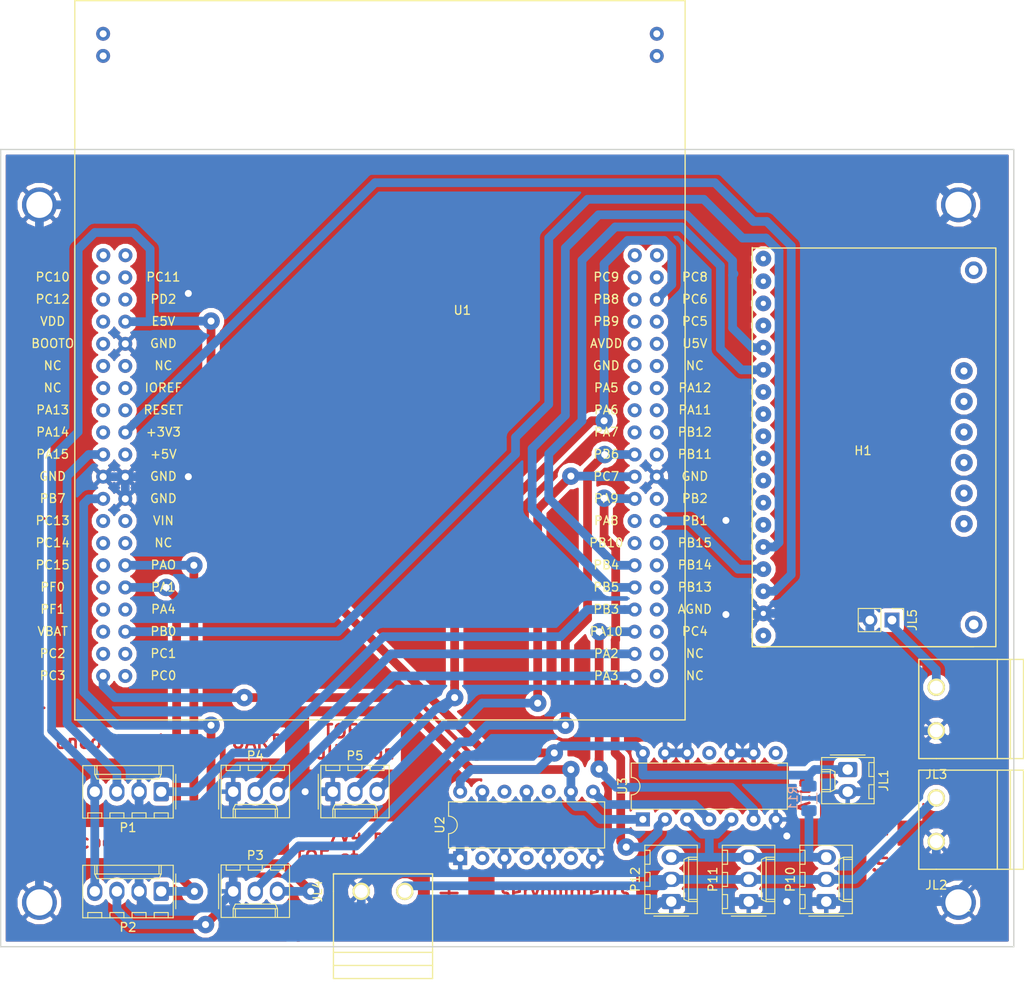
<source format=kicad_pcb>
(kicad_pcb (version 20171130) (host pcbnew 5.0.2-bee76a0~70~ubuntu16.04.1)
  (layers (0 F.Cu signal) (31 B.Cu signal) (34 B.Paste user) (35 F.Paste user) (36 B.SilkS user) (37 F.SilkS user) (38 B.Mask user) (39 F.Mask user) (44 Edge.Cuts user))
  (net 0 "")
  (net 1 raspberry_SDA)
  (net 2 raspberry_SCL)
  (net 3 GND)
  (net 4 raspberry_TX)
  (net 5 raspberry_RX)
  (net 6 interface_capteur_TX)
  (net 7 interface_capteur_RX)
  (net 8 +5V_P)
  (net 9 "Net-(U2-Pad6)")
  (net 10 "Net-(U2-Pad12)")
  (net 11 "Net-(U2-Pad4)")
  (net 12 "Net-(U2-Pad10)")
  (net 13 "Net-(U2-Pad2)")
  (net 14 "Net-(U2-Pad8)")
  (net 15 servo)
  (net 16 "Net-(U3-Pad8)")
  (net 17 servoTX)
  (net 18 "Net-(P10-Pad3)")
  (net 19 "Net-(U3-Pad11)")
  (net 20 servoRX)
  (net 21 "Net-(H1-Pad19)")
  (net 22 "Net-(H1-Pad21)")
  (net 23 "Net-(H1-Pad24)")
  (net 24 "Net-(H1-Pad23)")
  (net 25 "Net-(H1-Pad20)")
  (net 26 "Net-(H1-Pad22)")
  (net 27 "Net-(H1-Pad1)")
  (net 28 "Net-(H1-Pad2)")
  (net 29 "Net-(H1-Pad3)")
  (net 30 "Net-(H1-Pad4)")
  (net 31 RDG)
  (net 32 RDD)
  (net 33 "Net-(H1-Pad7)")
  (net 34 "Net-(H1-Pad8)")
  (net 35 "Net-(H1-Pad9)")
  (net 36 "Net-(H1-Pad10)")
  (net 37 "Net-(H1-Pad11)")
  (net 38 "Net-(H1-Pad12)")
  (net 39 "Net-(H1-Pad13)")
  (net 40 RGG)
  (net 41 RGD)
  (net 42 +3V3_P)
  (net 43 "Net-(H1-Pad18)")
  (net 44 "Net-(U1-Pad21)")
  (net 45 "Net-(U1-Pad2)")
  (net 46 "Net-(U1-Pad3)")
  (net 47 "Net-(U1-Pad4)")
  (net 48 "Net-(U1-Pad5)")
  (net 49 "Net-(U1-Pad6)")
  (net 50 "Net-(U1-Pad7)")
  (net 51 "Net-(U1-Pad8)")
  (net 52 CH_A1)
  (net 53 "Net-(U1-Pad12)")
  (net 54 "Net-(U1-Pad13)")
  (net 55 "Net-(U1-Pad14)")
  (net 56 "Net-(U1-Pad15)")
  (net 57 "Net-(U1-Pad16)")
  (net 58 "Net-(U1-Pad17)")
  (net 59 "Net-(U1-Pad18)")
  (net 60 "Net-(U1-Pad19)")
  (net 61 "Net-(U1-Pad22)")
  (net 62 "Net-(U1-Pad24)")
  (net 63 CH_B2)
  (net 64 CH_A2)
  (net 65 "Net-(U1-Pad27)")
  (net 66 "Net-(U1-Pad28)")
  (net 67 "Net-(U1-Pad31)")
  (net 68 "Net-(U1-Pad33)")
  (net 69 "Net-(U1-Pad34)")
  (net 70 "Net-(U1-Pad35)")
  (net 71 "Net-(U1-Pad38)")
  (net 72 "Net-(U1-Pad39)")
  (net 73 "Net-(U1-Pad41)")
  (net 74 "Net-(U1-Pad42)")
  (net 75 "Net-(U1-Pad43)")
  (net 76 "Net-(U1-Pad44)")
  (net 77 "Net-(U1-Pad45)")
  (net 78 "Net-(U1-Pad46)")
  (net 79 "Net-(U1-Pad47)")
  (net 80 "Net-(U1-Pad49)")
  (net 81 "Net-(U1-Pad51)")
  (net 82 "Net-(U1-Pad52)")
  (net 83 "Net-(U1-Pad53)")
  (net 84 "Net-(U1-Pad54)")
  (net 85 "Net-(U1-Pad55)")
  (net 86 "Net-(U1-Pad56)")
  (net 87 "Net-(U1-Pad57)")
  (net 88 "Net-(U1-Pad59)")
  (net 89 "Net-(U1-Pad79)")
  (net 90 "Net-(U1-Pad78)")
  (net 91 "Net-(U1-Pad77)")
  (net 92 "Net-(U1-Pad76)")
  (net 93 "Net-(U1-Pad75)")
  (net 94 "Net-(U1-Pad74)")
  (net 95 "Net-(U1-Pad73)")
  (net 96 "Net-(U1-Pad72)")
  (net 97 "Net-(U1-Pad68)")
  (net 98 "Net-(U1-Pad67)")
  (net 99 CH_B1)
  (net 100 "Net-(U1-Pad83)")
  (net 101 "Net-(U1-Pad84)")
  (net 102 "Net-(U1-Pad82)")
  (net 103 "Net-(U1-Pad81)")
  (net 104 "Net-(U1-Pad20)")
  (net 105 "Net-(U1-Pad40)")
  (net 106 "Net-(U1-Pad80)")
  (net 107 "Net-(U1-Pad60)")
  (net 108 +7V4_P)
  (net 109 +12V_P)
  (module robot_1A:Nucleo-64 (layer F.Cu) (at 71.37 119.405001)
    (fp_text reference U1 (at 44.45 -46.99) (layer F.SilkS))
    (fp_text value Nucleo-64)
    (fp_text user NC (at 71.12 -5.08) (layer F.SilkS))
    (fp_text user NC (at 71.12 -7.62) (layer F.SilkS))
    (fp_text user PC4 (at 71.12 -10.16) (layer F.SilkS))
    (fp_text user AGND (at 71.12 -12.7) (layer F.SilkS))
    (fp_text user PB13 (at 71.12 -15.24) (layer F.SilkS))
    (fp_text user PB14 (at 71.12 -17.78) (layer F.SilkS))
    (fp_text user PB15 (at 71.12 -20.32) (layer F.SilkS))
    (fp_text user PB1 (at 71.12 -22.86) (layer F.SilkS))
    (fp_text user PB2 (at 71.12 -25.4) (layer F.SilkS))
    (fp_text user GND (at 71.12 -27.94) (layer F.SilkS))
    (fp_text user PB11 (at 71.12 -30.48) (layer F.SilkS))
    (fp_text user PB12 (at 71.12 -33.02) (layer F.SilkS))
    (fp_text user PA11 (at 71.12 -35.56) (layer F.SilkS))
    (fp_text user PA12 (at 71.12 -38.1) (layer F.SilkS))
    (fp_text user NC (at 71.12 -40.64) (layer F.SilkS))
    (fp_text user U5V (at 71.12 -43.18) (layer F.SilkS))
    (fp_text user PC5 (at 71.12 -45.72) (layer F.SilkS))
    (fp_text user PC6 (at 71.12 -48.26) (layer F.SilkS))
    (fp_text user PC8 (at 71.12 -50.8) (layer F.SilkS))
    (fp_text user PA3 (at 60.96 -5.08) (layer F.SilkS))
    (fp_text user PA2 (at 60.96 -7.62) (layer F.SilkS))
    (fp_text user PA10 (at 60.96 -10.16) (layer F.SilkS))
    (fp_text user PB3 (at 60.96 -12.7) (layer F.SilkS))
    (fp_text user PB5 (at 60.96 -15.24) (layer F.SilkS))
    (fp_text user PB4 (at 60.96 -17.78) (layer F.SilkS))
    (fp_text user PB10 (at 60.96 -20.32) (layer F.SilkS))
    (fp_text user PA8 (at 60.96 -22.86) (layer F.SilkS))
    (fp_text user PA9 (at 60.96 -25.4) (layer F.SilkS))
    (fp_text user PC7 (at 60.96 -27.94) (layer F.SilkS))
    (fp_text user PB6 (at 60.96 -30.48) (layer F.SilkS))
    (fp_text user PA7 (at 60.96 -33.02) (layer F.SilkS))
    (fp_text user PA6 (at 60.96 -35.56) (layer F.SilkS))
    (fp_text user PA5 (at 60.96 -38.1) (layer F.SilkS))
    (fp_text user GND (at 60.96 -40.64) (layer F.SilkS))
    (fp_text user AVDD (at 60.96 -43.18) (layer F.SilkS))
    (fp_text user PB9 (at 60.96 -45.72) (layer F.SilkS))
    (fp_text user PB8 (at 60.96 -48.26) (layer F.SilkS))
    (fp_text user PC9 (at 60.96 -50.8) (layer F.SilkS))
    (fp_text user PC0 (at 10.16 -5.08) (layer F.SilkS))
    (fp_text user PC1 (at 10.16 -7.62) (layer F.SilkS))
    (fp_text user PB0 (at 10.16 -10.16) (layer F.SilkS))
    (fp_text user PA4 (at 10.16 -12.7) (layer F.SilkS))
    (fp_text user PA1 (at 10.16 -15.24) (layer F.SilkS))
    (fp_text user PAO (at 10.16 -17.78) (layer F.SilkS))
    (fp_text user NC (at 10.16 -20.32) (layer F.SilkS))
    (fp_text user VIN (at 10.16 -22.86) (layer F.SilkS))
    (fp_text user GND (at 10.16 -25.4) (layer F.SilkS))
    (fp_text user GND (at 10.16 -27.94) (layer F.SilkS))
    (fp_text user +5V (at 10.16 -30.48) (layer F.SilkS))
    (fp_text user +3V3 (at 10.16 -33.02) (layer F.SilkS))
    (fp_text user RESET (at 10.16 -35.56) (layer F.SilkS))
    (fp_text user IOREF (at 10.16 -38.1) (layer F.SilkS))
    (fp_text user NC (at 10.16 -40.64) (layer F.SilkS))
    (fp_text user GND (at 10.16 -43.18) (layer F.SilkS))
    (fp_text user E5V (at 10.16 -45.72) (layer F.SilkS))
    (fp_text user PD2 (at 10.16 -48.26) (layer F.SilkS))
    (fp_text user PC11 (at 10.16 -50.8) (layer F.SilkS))
    (fp_text user PC3 (at -2.54 -5.08) (layer F.SilkS))
    (fp_text user PC2 (at -2.54 -7.62) (layer F.SilkS))
    (fp_text user VBAT (at -2.54 -10.16) (layer F.SilkS))
    (fp_text user PF1 (at -2.54 -12.7) (layer F.SilkS))
    (fp_text user PF0 (at -2.54 -15.24) (layer F.SilkS))
    (fp_text user PC15 (at -2.54 -17.78) (layer F.SilkS))
    (fp_text user PC14 (at -2.54 -20.32) (layer F.SilkS))
    (fp_text user PC13 (at -2.54 -22.86) (layer F.SilkS))
    (fp_text user PB7 (at -2.54 -25.4) (layer F.SilkS))
    (fp_text user GND (at -2.54 -27.94) (layer F.SilkS))
    (fp_text user PA15 (at -2.54 -30.48) (layer F.SilkS))
    (fp_text user PA14 (at -2.54 -33.02) (layer F.SilkS))
    (fp_text user PA13 (at -2.54 -35.56) (layer F.SilkS))
    (fp_text user NC (at -2.54 -38.1) (layer F.SilkS))
    (fp_text user NC (at -2.54 -40.64) (layer F.SilkS))
    (fp_text user BOOTO (at -2.54 -43.18) (layer F.SilkS))
    (fp_text user VDD (at -2.54 -45.72) (layer F.SilkS))
    (fp_text user PC12 (at -2.54 -48.26) (layer F.SilkS))
    (fp_text user PC10 (at -2.54 -50.8) (layer F.SilkS))
    (pad 1 thru_hole circle (at 3.25 -5.04) (size 1.6 1.6) (drill 0.8) (layers *.Cu *.Mask) (net 15 servo))
    (pad 21 thru_hole circle (at 5.79 -5.04) (size 1.6 1.6) (drill 0.8) (layers *.Cu *.Mask) (net 44 "Net-(U1-Pad21)"))
    (pad 2 thru_hole circle (at 3.25 -7.58) (size 1.6 1.6) (drill 0.8) (layers *.Cu *.Mask) (net 45 "Net-(U1-Pad2)"))
    (pad 3 thru_hole circle (at 3.25 -10.12) (size 1.6 1.6) (drill 0.8) (layers *.Cu *.Mask) (net 46 "Net-(U1-Pad3)"))
    (pad 4 thru_hole circle (at 3.25 -12.66) (size 1.6 1.6) (drill 0.8) (layers *.Cu *.Mask) (net 47 "Net-(U1-Pad4)"))
    (pad 5 thru_hole circle (at 3.25 -15.2) (size 1.6 1.6) (drill 0.8) (layers *.Cu *.Mask) (net 48 "Net-(U1-Pad5)"))
    (pad 6 thru_hole circle (at 3.25 -17.74) (size 1.6 1.6) (drill 0.8) (layers *.Cu *.Mask) (net 49 "Net-(U1-Pad6)"))
    (pad 7 thru_hole circle (at 3.25 -20.28) (size 1.6 1.6) (drill 0.8) (layers *.Cu *.Mask) (net 50 "Net-(U1-Pad7)"))
    (pad 8 thru_hole circle (at 3.25 -22.82) (size 1.6 1.6) (drill 0.8) (layers *.Cu *.Mask) (net 51 "Net-(U1-Pad8)"))
    (pad 9 thru_hole circle (at 3.25 -25.36) (size 1.6 1.6) (drill 0.8) (layers *.Cu *.Mask) (net 1 raspberry_SDA))
    (pad 10 thru_hole circle (at 3.25 -27.9) (size 1.6 1.6) (drill 0.8) (layers *.Cu *.Mask) (net 3 GND))
    (pad 11 thru_hole circle (at 3.25 -30.44) (size 1.6 1.6) (drill 0.8) (layers *.Cu *.Mask) (net 52 CH_A1))
    (pad 12 thru_hole circle (at 3.25 -32.98) (size 1.6 1.6) (drill 0.8) (layers *.Cu *.Mask) (net 53 "Net-(U1-Pad12)"))
    (pad 13 thru_hole circle (at 3.25 -35.52) (size 1.6 1.6) (drill 0.8) (layers *.Cu *.Mask) (net 54 "Net-(U1-Pad13)"))
    (pad 14 thru_hole circle (at 3.25 -38.06) (size 1.6 1.6) (drill 0.8) (layers *.Cu *.Mask) (net 55 "Net-(U1-Pad14)"))
    (pad 15 thru_hole circle (at 3.25 -40.6) (size 1.6 1.6) (drill 0.8) (layers *.Cu *.Mask) (net 56 "Net-(U1-Pad15)"))
    (pad 16 thru_hole circle (at 3.25 -43.14) (size 1.6 1.6) (drill 0.8) (layers *.Cu *.Mask) (net 57 "Net-(U1-Pad16)"))
    (pad 17 thru_hole circle (at 3.25 -45.68) (size 1.6 1.6) (drill 0.8) (layers *.Cu *.Mask) (net 58 "Net-(U1-Pad17)"))
    (pad 18 thru_hole circle (at 3.25 -48.22) (size 1.6 1.6) (drill 0.8) (layers *.Cu *.Mask) (net 59 "Net-(U1-Pad18)"))
    (pad 19 thru_hole circle (at 3.25 -50.76) (size 1.6 1.6) (drill 0.8) (layers *.Cu *.Mask) (net 60 "Net-(U1-Pad19)"))
    (pad 22 thru_hole circle (at 5.79 -7.58) (size 1.6 1.6) (drill 0.8) (layers *.Cu *.Mask) (net 61 "Net-(U1-Pad22)"))
    (pad 23 thru_hole circle (at 5.79 -10.12) (size 1.6 1.6) (drill 0.8) (layers *.Cu *.Mask) (net 40 RGG))
    (pad 24 thru_hole circle (at 5.79 -12.66) (size 1.6 1.6) (drill 0.8) (layers *.Cu *.Mask) (net 62 "Net-(U1-Pad24)"))
    (pad 25 thru_hole circle (at 5.79 -15.2) (size 1.6 1.6) (drill 0.8) (layers *.Cu *.Mask) (net 63 CH_B2))
    (pad 26 thru_hole circle (at 5.79 -17.74) (size 1.6 1.6) (drill 0.8) (layers *.Cu *.Mask) (net 64 CH_A2))
    (pad 27 thru_hole circle (at 5.79 -20.28) (size 1.6 1.6) (drill 0.8) (layers *.Cu *.Mask) (net 65 "Net-(U1-Pad27)"))
    (pad 28 thru_hole circle (at 5.79 -22.82) (size 1.6 1.6) (drill 0.8) (layers *.Cu *.Mask) (net 66 "Net-(U1-Pad28)"))
    (pad 29 thru_hole circle (at 5.79 -25.36) (size 1.6 1.6) (drill 0.8) (layers *.Cu *.Mask) (net 3 GND))
    (pad 30 thru_hole circle (at 5.79 -27.9) (size 1.6 1.6) (drill 0.8) (layers *.Cu *.Mask) (net 3 GND))
    (pad 31 thru_hole circle (at 5.79 -30.44) (size 1.6 1.6) (drill 0.8) (layers *.Cu *.Mask) (net 67 "Net-(U1-Pad31)"))
    (pad 32 thru_hole circle (at 5.79 -32.98) (size 1.6 1.6) (drill 0.8) (layers *.Cu *.Mask) (net 42 +3V3_P))
    (pad 33 thru_hole circle (at 5.79 -35.52) (size 1.6 1.6) (drill 0.8) (layers *.Cu *.Mask) (net 68 "Net-(U1-Pad33)"))
    (pad 34 thru_hole circle (at 5.79 -38.06) (size 1.6 1.6) (drill 0.8) (layers *.Cu *.Mask) (net 69 "Net-(U1-Pad34)"))
    (pad 35 thru_hole circle (at 5.79 -40.6) (size 1.6 1.6) (drill 0.8) (layers *.Cu *.Mask) (net 70 "Net-(U1-Pad35)"))
    (pad 36 thru_hole circle (at 5.79 -43.14) (size 1.6 1.6) (drill 0.8) (layers *.Cu *.Mask) (net 3 GND))
    (pad 37 thru_hole circle (at 5.79 -45.68) (size 1.6 1.6) (drill 0.8) (layers *.Cu *.Mask) (net 8 +5V_P))
    (pad 38 thru_hole circle (at 5.79 -48.22) (size 1.6 1.6) (drill 0.8) (layers *.Cu *.Mask) (net 71 "Net-(U1-Pad38)"))
    (pad 39 thru_hole circle (at 5.79 -50.76) (size 1.6 1.6) (drill 0.8) (layers *.Cu *.Mask) (net 72 "Net-(U1-Pad39)"))
    (pad 41 thru_hole circle (at 66.75 -5.04) (size 1.6 1.6) (drill 0.8) (layers *.Cu *.Mask) (net 73 "Net-(U1-Pad41)"))
    (pad 61 thru_hole circle (at 64.21 -5.04) (size 1.6 1.6) (drill 0.8) (layers *.Cu *.Mask) (net 5 raspberry_RX))
    (pad 42 thru_hole circle (at 66.75 -7.58) (size 1.6 1.6) (drill 0.8) (layers *.Cu *.Mask) (net 74 "Net-(U1-Pad42)"))
    (pad 43 thru_hole circle (at 66.75 -10.12) (size 1.6 1.6) (drill 0.8) (layers *.Cu *.Mask) (net 75 "Net-(U1-Pad43)"))
    (pad 44 thru_hole circle (at 66.75 -12.66) (size 1.6 1.6) (drill 0.8) (layers *.Cu *.Mask) (net 76 "Net-(U1-Pad44)"))
    (pad 45 thru_hole circle (at 66.75 -15.2) (size 1.6 1.6) (drill 0.8) (layers *.Cu *.Mask) (net 77 "Net-(U1-Pad45)"))
    (pad 46 thru_hole circle (at 66.75 -17.74) (size 1.6 1.6) (drill 0.8) (layers *.Cu *.Mask) (net 78 "Net-(U1-Pad46)"))
    (pad 47 thru_hole circle (at 66.75 -20.28) (size 1.6 1.6) (drill 0.8) (layers *.Cu *.Mask) (net 79 "Net-(U1-Pad47)"))
    (pad 48 thru_hole circle (at 66.75 -22.82) (size 1.6 1.6) (drill 0.8) (layers *.Cu *.Mask) (net 41 RGD))
    (pad 49 thru_hole circle (at 66.75 -25.36) (size 1.6 1.6) (drill 0.8) (layers *.Cu *.Mask) (net 80 "Net-(U1-Pad49)"))
    (pad 50 thru_hole circle (at 66.75 -27.9) (size 1.6 1.6) (drill 0.8) (layers *.Cu *.Mask) (net 3 GND))
    (pad 51 thru_hole circle (at 66.75 -30.44) (size 1.6 1.6) (drill 0.8) (layers *.Cu *.Mask) (net 81 "Net-(U1-Pad51)"))
    (pad 52 thru_hole circle (at 66.75 -32.98) (size 1.6 1.6) (drill 0.8) (layers *.Cu *.Mask) (net 82 "Net-(U1-Pad52)"))
    (pad 53 thru_hole circle (at 66.75 -35.52) (size 1.6 1.6) (drill 0.8) (layers *.Cu *.Mask) (net 83 "Net-(U1-Pad53)"))
    (pad 54 thru_hole circle (at 66.75 -38.06) (size 1.6 1.6) (drill 0.8) (layers *.Cu *.Mask) (net 84 "Net-(U1-Pad54)"))
    (pad 55 thru_hole circle (at 66.75 -40.6) (size 1.6 1.6) (drill 0.8) (layers *.Cu *.Mask) (net 85 "Net-(U1-Pad55)"))
    (pad 56 thru_hole circle (at 66.75 -43.14) (size 1.6 1.6) (drill 0.8) (layers *.Cu *.Mask) (net 86 "Net-(U1-Pad56)"))
    (pad 57 thru_hole circle (at 66.75 -45.68) (size 1.6 1.6) (drill 0.8) (layers *.Cu *.Mask) (net 87 "Net-(U1-Pad57)"))
    (pad 58 thru_hole circle (at 66.75 -48.22) (size 1.6 1.6) (drill 0.8) (layers *.Cu *.Mask) (net 6 interface_capteur_TX))
    (pad 59 thru_hole circle (at 66.75 -50.76) (size 1.6 1.6) (drill 0.8) (layers *.Cu *.Mask) (net 88 "Net-(U1-Pad59)"))
    (pad 79 thru_hole circle (at 64.21 -50.76) (size 1.6 1.6) (drill 0.8) (layers *.Cu *.Mask) (net 89 "Net-(U1-Pad79)"))
    (pad 78 thru_hole circle (at 64.21 -48.22) (size 1.6 1.6) (drill 0.8) (layers *.Cu *.Mask) (net 90 "Net-(U1-Pad78)"))
    (pad 77 thru_hole circle (at 64.21 -45.68) (size 1.6 1.6) (drill 0.8) (layers *.Cu *.Mask) (net 91 "Net-(U1-Pad77)"))
    (pad 76 thru_hole circle (at 64.21 -43.14) (size 1.6 1.6) (drill 0.8) (layers *.Cu *.Mask) (net 92 "Net-(U1-Pad76)"))
    (pad 75 thru_hole circle (at 64.21 -40.6) (size 1.6 1.6) (drill 0.8) (layers *.Cu *.Mask) (net 93 "Net-(U1-Pad75)"))
    (pad 74 thru_hole circle (at 64.21 -38.06) (size 1.6 1.6) (drill 0.8) (layers *.Cu *.Mask) (net 94 "Net-(U1-Pad74)"))
    (pad 73 thru_hole circle (at 64.21 -35.52) (size 1.6 1.6) (drill 0.8) (layers *.Cu *.Mask) (net 95 "Net-(U1-Pad73)"))
    (pad 72 thru_hole circle (at 64.21 -32.98) (size 1.6 1.6) (drill 0.8) (layers *.Cu *.Mask) (net 96 "Net-(U1-Pad72)"))
    (pad 71 thru_hole circle (at 64.21 -30.44) (size 1.6 1.6) (drill 0.8) (layers *.Cu *.Mask) (net 2 raspberry_SCL))
    (pad 70 thru_hole circle (at 64.21 -27.9) (size 1.6 1.6) (drill 0.8) (layers *.Cu *.Mask) (net 7 interface_capteur_RX))
    (pad 69 thru_hole circle (at 64.21 -25.36) (size 1.6 1.6) (drill 0.8) (layers *.Cu *.Mask) (net 17 servoTX))
    (pad 68 thru_hole circle (at 64.21 -22.82) (size 1.6 1.6) (drill 0.8) (layers *.Cu *.Mask) (net 97 "Net-(U1-Pad68)"))
    (pad 67 thru_hole circle (at 64.21 -20.28) (size 1.6 1.6) (drill 0.8) (layers *.Cu *.Mask) (net 98 "Net-(U1-Pad67)"))
    (pad 66 thru_hole circle (at 64.21 -17.74) (size 1.6 1.6) (drill 0.8) (layers *.Cu *.Mask) (net 32 RDD))
    (pad 65 thru_hole circle (at 64.21 -15.2) (size 1.6 1.6) (drill 0.8) (layers *.Cu *.Mask) (net 31 RDG))
    (pad 64 thru_hole circle (at 64.21 -12.66) (size 1.6 1.6) (drill 0.8) (layers *.Cu *.Mask) (net 99 CH_B1))
    (pad 63 thru_hole circle (at 64.21 -10.12) (size 1.6 1.6) (drill 0.8) (layers *.Cu *.Mask) (net 20 servoRX))
    (pad 62 thru_hole circle (at 64.21 -7.58) (size 1.6 1.6) (drill 0.8) (layers *.Cu *.Mask) (net 4 raspberry_TX))
    (pad 83 thru_hole circle (at 3.25 -78.7) (size 1.6 1.6) (drill 0.8) (layers *.Cu *.Mask) (net 100 "Net-(U1-Pad83)"))
    (pad 84 thru_hole circle (at 3.25 -76.16) (size 1.6 1.6) (drill 0.8) (layers *.Cu *.Mask) (net 101 "Net-(U1-Pad84)"))
    (pad 82 thru_hole circle (at 66.75 -78.7) (size 1.6 1.6) (drill 0.8) (layers *.Cu *.Mask) (net 102 "Net-(U1-Pad82)"))
    (pad 81 thru_hole circle (at 66.75 -76.16) (size 1.6 1.6) (drill 0.8) (layers *.Cu *.Mask) (net 103 "Net-(U1-Pad81)"))
    (pad 20 thru_hole circle (at 3.27 -53.3) (size 1.6 1.6) (drill 0.8) (layers *.Cu *.Mask) (net 104 "Net-(U1-Pad20)"))
    (pad 40 thru_hole circle (at 5.81 -53.3) (size 1.6 1.6) (drill 0.8) (layers *.Cu *.Mask) (net 105 "Net-(U1-Pad40)"))
    (pad 80 thru_hole circle (at 64.23 -53.3) (size 1.6 1.6) (drill 0.8) (layers *.Cu *.Mask) (net 106 "Net-(U1-Pad80)"))
    (pad 60 thru_hole circle (at 66.77 -53.3) (size 1.6 1.6) (drill 0.8) (layers *.Cu *.Mask) (net 107 "Net-(U1-Pad60)"))
  )
  (module "B plug:B plug 5mm" (layer F.Cu) (at 106.72 139.065 90)
    (fp_text reference JL4 (at 0 -7.5 90) (layer F.SilkS))
    (fp_text value "alim de la carte d'interface")
    (pad 1 thru_hole circle (at 0 -2.5 90) (size 2 2) (drill 1.5) (layers *.Cu *.Mask F.SilkS) (net 3 GND))
    (pad 2 thru_hole circle (at 0 2.5 90) (size 2 2) (drill 1.5) (layers *.Cu *.Mask F.SilkS) (net 108 +7V4_P))
  )
  (module Resistor_SMD:R_1206_3216Metric (layer B.Cu) (at 155.575 128.4 270)
    (fp_text reference R11 (at 0 1.82 270) (layer B.SilkS) (effects (justify mirror)))
    (fp_text value R)
    (pad 1 smd roundrect (at -1.4 0 270) (size 1.25 1.75) (layers B.Cu B.Paste B.Mask) (roundrect_rratio 0.2) (net 8 +5V_P))
    (pad 2 smd roundrect (at 1.4 0 270) (size 1.25 1.75) (layers B.Cu B.Paste B.Mask) (roundrect_rratio 0.2) (net 18 "Net-(P10-Pad3)"))
  )
  (module Connector_Molex:Molex_KK-254_AE-6410-03A_1x03_P2.54mm_Vertical (layer F.Cu) (at 89.535 139.065)
    (fp_text reference P3 (at 2.54 -4.12) (layer F.SilkS))
    (fp_text value "vers raspberry pi")
    (pad 3 thru_hole oval (at 5.08 0) (size 1.74 2.2) (drill 1.2) (layers *.Cu *.Mask) (net 1 raspberry_SDA))
    (pad 2 thru_hole oval (at 2.54 0) (size 1.74 2.2) (drill 1.2) (layers *.Cu *.Mask) (net 2 raspberry_SCL))
    (pad 1 thru_hole roundrect (at 0 0) (size 1.74 2.2) (drill 1.2) (layers *.Cu *.Mask) (roundrect_rratio 0.143678) (net 3 GND))
  )
  (module Connector_Molex:Molex_KK-254_AE-6410-03A_1x03_P2.54mm_Vertical (layer F.Cu) (at 89.535 127.635)
    (fp_text reference P4 (at 2.54 -4.12) (layer F.SilkS))
    (fp_text value "vers raspberry pi")
    (pad 1 thru_hole roundrect (at 0 0) (size 1.74 2.2) (drill 1.2) (layers *.Cu *.Mask) (roundrect_rratio 0.143678) (net 3 GND))
    (pad 2 thru_hole oval (at 2.54 0) (size 1.74 2.2) (drill 1.2) (layers *.Cu *.Mask) (net 4 raspberry_TX))
    (pad 3 thru_hole oval (at 5.08 0) (size 1.74 2.2) (drill 1.2) (layers *.Cu *.Mask) (net 5 raspberry_RX))
  )
  (module Connector_Molex:Molex_KK-254_AE-6410-03A_1x03_P2.54mm_Vertical (layer F.Cu) (at 100.965 127.635)
    (fp_text reference P5 (at 2.54 -4.12) (layer F.SilkS))
    (fp_text value "vers carte d'interface capteurs TOF et ultrason")
    (pad 1 thru_hole roundrect (at 0 0) (size 1.74 2.2) (drill 1.2) (layers *.Cu *.Mask) (roundrect_rratio 0.143678) (net 3 GND))
    (pad 2 thru_hole oval (at 2.54 0) (size 1.74 2.2) (drill 1.2) (layers *.Cu *.Mask) (net 6 interface_capteur_TX))
    (pad 3 thru_hole oval (at 5.08 0) (size 1.74 2.2) (drill 1.2) (layers *.Cu *.Mask) (net 7 interface_capteur_RX))
  )
  (module Package_DIP:DIP-14_W7.62mm (layer F.Cu) (at 115.57 135.255 90)
    (fp_text reference U2 (at 3.81 -2.33 90) (layer F.SilkS))
    (fp_text value 74HC04)
    (pad 14 thru_hole oval (at 7.62 0 90) (size 1.6 1.6) (drill 0.8) (layers *.Cu *.Mask) (net 8 +5V_P))
    (pad 7 thru_hole oval (at 0 15.24 90) (size 1.6 1.6) (drill 0.8) (layers *.Cu *.Mask) (net 3 GND))
    (pad 13 thru_hole oval (at 7.62 2.54 90) (size 1.6 1.6) (drill 0.8) (layers *.Cu *.Mask) (net 3 GND))
    (pad 6 thru_hole oval (at 0 12.7 90) (size 1.6 1.6) (drill 0.8) (layers *.Cu *.Mask) (net 9 "Net-(U2-Pad6)"))
    (pad 12 thru_hole oval (at 7.62 5.08 90) (size 1.6 1.6) (drill 0.8) (layers *.Cu *.Mask) (net 10 "Net-(U2-Pad12)"))
    (pad 5 thru_hole oval (at 0 10.16 90) (size 1.6 1.6) (drill 0.8) (layers *.Cu *.Mask) (net 3 GND))
    (pad 11 thru_hole oval (at 7.62 7.62 90) (size 1.6 1.6) (drill 0.8) (layers *.Cu *.Mask) (net 3 GND))
    (pad 4 thru_hole oval (at 0 7.62 90) (size 1.6 1.6) (drill 0.8) (layers *.Cu *.Mask) (net 11 "Net-(U2-Pad4)"))
    (pad 10 thru_hole oval (at 7.62 10.16 90) (size 1.6 1.6) (drill 0.8) (layers *.Cu *.Mask) (net 12 "Net-(U2-Pad10)"))
    (pad 3 thru_hole oval (at 0 5.08 90) (size 1.6 1.6) (drill 0.8) (layers *.Cu *.Mask) (net 3 GND))
    (pad 9 thru_hole oval (at 7.62 12.7 90) (size 1.6 1.6) (drill 0.8) (layers *.Cu *.Mask) (net 15 servo))
    (pad 2 thru_hole oval (at 0 2.54 90) (size 1.6 1.6) (drill 0.8) (layers *.Cu *.Mask) (net 13 "Net-(U2-Pad2)"))
    (pad 8 thru_hole oval (at 7.62 15.24 90) (size 1.6 1.6) (drill 0.8) (layers *.Cu *.Mask) (net 14 "Net-(U2-Pad8)"))
    (pad 1 thru_hole rect (at 0 0 90) (size 1.6 1.6) (drill 0.8) (layers *.Cu *.Mask) (net 3 GND))
  )
  (module Package_DIP:DIP-14_W7.62mm (layer F.Cu) (at 136.525 130.81 90)
    (fp_text reference U3 (at 3.81 -2.33 90) (layer F.SilkS))
    (fp_text value 74LS126)
    (pad 1 thru_hole rect (at 0 0 90) (size 1.6 1.6) (drill 0.8) (layers *.Cu *.Mask) (net 15 servo))
    (pad 8 thru_hole oval (at 7.62 15.24 90) (size 1.6 1.6) (drill 0.8) (layers *.Cu *.Mask) (net 16 "Net-(U3-Pad8)"))
    (pad 2 thru_hole oval (at 0 2.54 90) (size 1.6 1.6) (drill 0.8) (layers *.Cu *.Mask) (net 17 servoTX))
    (pad 9 thru_hole oval (at 7.62 12.7 90) (size 1.6 1.6) (drill 0.8) (layers *.Cu *.Mask) (net 3 GND))
    (pad 3 thru_hole oval (at 0 5.08 90) (size 1.6 1.6) (drill 0.8) (layers *.Cu *.Mask) (net 18 "Net-(P10-Pad3)"))
    (pad 10 thru_hole oval (at 7.62 10.16 90) (size 1.6 1.6) (drill 0.8) (layers *.Cu *.Mask) (net 3 GND))
    (pad 4 thru_hole oval (at 0 7.62 90) (size 1.6 1.6) (drill 0.8) (layers *.Cu *.Mask) (net 14 "Net-(U2-Pad8)"))
    (pad 11 thru_hole oval (at 7.62 7.62 90) (size 1.6 1.6) (drill 0.8) (layers *.Cu *.Mask) (net 19 "Net-(U3-Pad11)"))
    (pad 5 thru_hole oval (at 0 10.16 90) (size 1.6 1.6) (drill 0.8) (layers *.Cu *.Mask) (net 18 "Net-(P10-Pad3)"))
    (pad 12 thru_hole oval (at 7.62 5.08 90) (size 1.6 1.6) (drill 0.8) (layers *.Cu *.Mask) (net 3 GND))
    (pad 6 thru_hole oval (at 0 12.7 90) (size 1.6 1.6) (drill 0.8) (layers *.Cu *.Mask) (net 20 servoRX))
    (pad 13 thru_hole oval (at 7.62 2.54 90) (size 1.6 1.6) (drill 0.8) (layers *.Cu *.Mask) (net 3 GND))
    (pad 7 thru_hole oval (at 0 15.24 90) (size 1.6 1.6) (drill 0.8) (layers *.Cu *.Mask) (net 3 GND))
    (pad 14 thru_hole oval (at 7.62 0 90) (size 1.6 1.6) (drill 0.8) (layers *.Cu *.Mask) (net 8 +5V_P))
  )
  (module "robot_1A:MC33926-Pont en H" (layer F.Cu) (at 161.7726 80.518)
    (fp_text reference H1 (at 0 8) (layer F.SilkS))
    (fp_text value pont_en_H)
    (pad "" thru_hole circle (at 12.7 27.94) (size 2 2) (drill 1.1) (layers *.Cu *.Mask))
    (pad "" thru_hole circle (at 12.7 -12.7) (size 2 2) (drill 1.1) (layers *.Cu *.Mask))
    (pad 19 thru_hole circle (at 11.5824 -1.143) (size 2 2) (drill 0.8) (layers *.Cu *.Mask) (net 21 "Net-(H1-Pad19)"))
    (pad 21 thru_hole circle (at 11.5824 5.8674) (size 2 2) (drill 0.8) (layers *.Cu *.Mask) (net 22 "Net-(H1-Pad21)"))
    (pad 24 thru_hole circle (at 11.5824 16.383) (size 2 2) (drill 0.8) (layers *.Cu *.Mask) (net 23 "Net-(H1-Pad24)"))
    (pad 23 thru_hole circle (at 11.5824 12.8778) (size 2 2) (drill 0.8) (layers *.Cu *.Mask) (net 24 "Net-(H1-Pad23)"))
    (pad 20 thru_hole circle (at 11.5824 2.3622) (size 2 2) (drill 0.8) (layers *.Cu *.Mask) (net 25 "Net-(H1-Pad20)"))
    (pad 22 thru_hole circle (at 11.5824 9.3726) (size 2 2) (drill 0.8) (layers *.Cu *.Mask) (net 26 "Net-(H1-Pad22)"))
    (pad 1 thru_hole circle (at -11.43 -14.03) (size 1.8 1.8) (drill 0.6) (layers *.Cu *.Mask) (net 27 "Net-(H1-Pad1)"))
    (pad 2 thru_hole circle (at -11.43 -11.43) (size 1.8 1.8) (drill 0.6) (layers *.Cu *.Mask) (net 28 "Net-(H1-Pad2)"))
    (pad 3 thru_hole circle (at -11.43 -8.89) (size 1.8 1.8) (drill 0.6) (layers *.Cu *.Mask) (net 29 "Net-(H1-Pad3)"))
    (pad 4 thru_hole circle (at -11.43 -6.35) (size 1.8 1.8) (drill 0.6) (layers *.Cu *.Mask) (net 30 "Net-(H1-Pad4)"))
    (pad 5 thru_hole circle (at -11.43 -3.81) (size 1.8 1.8) (drill 0.6) (layers *.Cu *.Mask) (net 31 RDG))
    (pad 6 thru_hole circle (at -11.43 -1.27) (size 1.8 1.8) (drill 0.6) (layers *.Cu *.Mask) (net 32 RDD))
    (pad 7 thru_hole circle (at -11.43 1.27) (size 1.8 1.8) (drill 0.6) (layers *.Cu *.Mask) (net 33 "Net-(H1-Pad7)"))
    (pad 8 thru_hole circle (at -11.43 3.81) (size 1.8 1.8) (drill 0.6) (layers *.Cu *.Mask) (net 34 "Net-(H1-Pad8)"))
    (pad 9 thru_hole circle (at -11.43 6.35) (size 1.8 1.8) (drill 0.6) (layers *.Cu *.Mask) (net 35 "Net-(H1-Pad9)"))
    (pad 10 thru_hole circle (at -11.43 8.89) (size 1.8 1.8) (drill 0.6) (layers *.Cu *.Mask) (net 36 "Net-(H1-Pad10)"))
    (pad 11 thru_hole circle (at -11.43 11.43) (size 1.8 1.8) (drill 0.6) (layers *.Cu *.Mask) (net 37 "Net-(H1-Pad11)"))
    (pad 12 thru_hole circle (at -11.43 13.97) (size 1.8 1.8) (drill 0.6) (layers *.Cu *.Mask) (net 38 "Net-(H1-Pad12)"))
    (pad 13 thru_hole circle (at -11.43 16.51) (size 1.8 1.8) (drill 0.6) (layers *.Cu *.Mask) (net 39 "Net-(H1-Pad13)"))
    (pad 14 thru_hole circle (at -11.43 19.05) (size 1.8 1.8) (drill 0.6) (layers *.Cu *.Mask) (net 40 RGG))
    (pad 15 thru_hole circle (at -11.43 21.59) (size 1.8 1.8) (drill 0.6) (layers *.Cu *.Mask) (net 41 RGD))
    (pad 16 thru_hole circle (at -11.43 24.13) (size 1.8 1.8) (drill 0.6) (layers *.Cu *.Mask) (net 42 +3V3_P))
    (pad 17 thru_hole circle (at -11.43 26.67) (size 1.8 1.8) (drill 0.6) (layers *.Cu *.Mask) (net 3 GND))
    (pad 18 thru_hole circle (at -11.43 29.21) (size 1.8 1.8) (drill 0.6) (layers *.Cu *.Mask) (net 43 "Net-(H1-Pad18)"))
  )
  (module robot_1A:trou_d3mm (layer F.Cu) (at 172.72 140.335)
    (fp_text reference U22 (at 0 0.5) (layer F.SilkS))
    (fp_text value trou-d3mm)
    (pad 1 thru_hole circle (at 0 0) (size 4 4) (drill 3) (layers *.Cu *.Mask) (net 3 GND))
  )
  (module robot_1A:trou_d3mm (layer F.Cu) (at 172.72 60.325)
    (fp_text reference U23 (at 0 0.5) (layer F.SilkS))
    (fp_text value trou-d3mm)
    (pad 1 thru_hole circle (at 0 0) (size 4 4) (drill 3) (layers *.Cu *.Mask) (net 3 GND))
  )
  (module robot_1A:trou_d3mm (layer F.Cu) (at 67.31 60.325)
    (fp_text reference U29 (at 0 0.5) (layer F.SilkS))
    (fp_text value trou-d3mm)
    (pad 1 thru_hole circle (at 0 0) (size 4 4) (drill 3) (layers *.Cu *.Mask) (net 3 GND))
  )
  (module robot_1A:trou_d3mm (layer F.Cu) (at 67.31 140.335)
    (fp_text reference U30 (at 0 0.5) (layer F.SilkS))
    (fp_text value trou-d3mm)
    (pad 1 thru_hole circle (at 0 0) (size 4 4) (drill 3) (layers *.Cu *.Mask) (net 3 GND))
  )
  (module Connector_PinHeader_2.54mm:PinHeader_1x02_P2.54mm_Vertical (layer F.Cu) (at 165.1 107.95 270)
    (fp_text reference JL5 (at 0 -2.33 270) (layer F.SilkS))
    (fp_text value alim_pont_en_H)
    (pad 1 thru_hole rect (at 0 0 270) (size 1.7 1.7) (drill 1) (layers *.Cu *.Mask) (net 109 +12V_P))
    (pad 2 thru_hole oval (at 0 2.54 270) (size 1.7 1.7) (drill 1) (layers *.Cu *.Mask) (net 3 GND))
  )
  (module Connector_Molex:Molex_KK-254_AE-6410-02A_1x02_P2.54mm_Vertical (layer F.Cu) (at 160.02 125.095 270)
    (fp_text reference JL1 (at 1.27 -4.12 270) (layer F.SilkS))
    (fp_text value alim_5V)
    (pad 1 thru_hole roundrect (at 0 0 270) (size 1.74 2.2) (drill 1.2) (layers *.Cu *.Mask) (roundrect_rratio 0.143678) (net 8 +5V_P))
    (pad 2 thru_hole oval (at 2.54 0 270) (size 1.74 2.2) (drill 1.2) (layers *.Cu *.Mask) (net 3 GND))
  )
  (module Connector_Molex:Molex_KK-254_AE-6410-04A_1x04_P2.54mm_Vertical (layer F.Cu) (at 81.28 127.635 180)
    (fp_text reference P1 (at 3.81 -4.12 180) (layer F.SilkS))
    (fp_text value Encodeur1)
    (pad 4 thru_hole oval (at 7.62 0 180) (size 1.74 2.2) (drill 1.2) (layers *.Cu *.Mask) (net 8 +5V_P))
    (pad 3 thru_hole oval (at 5.08 0 180) (size 1.74 2.2) (drill 1.2) (layers *.Cu *.Mask) (net 52 CH_A1))
    (pad 2 thru_hole oval (at 2.54 0 180) (size 1.74 2.2) (drill 1.2) (layers *.Cu *.Mask) (net 3 GND))
    (pad 1 thru_hole roundrect (at 0 0 180) (size 1.74 2.2) (drill 1.2) (layers *.Cu *.Mask) (roundrect_rratio 0.143678) (net 99 CH_B1))
  )
  (module Connector_Molex:Molex_KK-254_AE-6410-04A_1x04_P2.54mm_Vertical (layer F.Cu) (at 81.28 139.065 180)
    (fp_text reference P2 (at 3.81 -4.12 180) (layer F.SilkS))
    (fp_text value Encodeur2)
    (pad 1 thru_hole roundrect (at 0 0 180) (size 1.74 2.2) (drill 1.2) (layers *.Cu *.Mask) (roundrect_rratio 0.143678) (net 63 CH_B2))
    (pad 2 thru_hole oval (at 2.54 0 180) (size 1.74 2.2) (drill 1.2) (layers *.Cu *.Mask) (net 3 GND))
    (pad 3 thru_hole oval (at 5.08 0 180) (size 1.74 2.2) (drill 1.2) (layers *.Cu *.Mask) (net 64 CH_A2))
    (pad 4 thru_hole oval (at 7.62 0 180) (size 1.74 2.2) (drill 1.2) (layers *.Cu *.Mask) (net 8 +5V_P))
  )
  (module Connector_Molex:Molex_KK-254_AE-6410-03A_1x03_P2.54mm_Vertical (layer F.Cu) (at 157.559147 140.236381 90)
    (fp_text reference P10 (at 2.54 -4.12 90) (layer F.SilkS))
    (fp_text value servo1)
    (pad 1 thru_hole roundrect (at 0 0 90) (size 1.74 2.2) (drill 1.2) (layers *.Cu *.Mask) (roundrect_rratio 0.143678) (net 3 GND))
    (pad 2 thru_hole oval (at 2.54 0 90) (size 1.74 2.2) (drill 1.2) (layers *.Cu *.Mask) (net 108 +7V4_P))
    (pad 3 thru_hole oval (at 5.08 0 90) (size 1.74 2.2) (drill 1.2) (layers *.Cu *.Mask) (net 18 "Net-(P10-Pad3)"))
  )
  (module Connector_Molex:Molex_KK-254_AE-6410-03A_1x03_P2.54mm_Vertical (layer F.Cu) (at 148.669147 140.236381 90)
    (fp_text reference P11 (at 2.54 -4.12 90) (layer F.SilkS))
    (fp_text value servo2)
    (pad 3 thru_hole oval (at 5.08 0 90) (size 1.74 2.2) (drill 1.2) (layers *.Cu *.Mask) (net 18 "Net-(P10-Pad3)"))
    (pad 2 thru_hole oval (at 2.54 0 90) (size 1.74 2.2) (drill 1.2) (layers *.Cu *.Mask) (net 108 +7V4_P))
    (pad 1 thru_hole roundrect (at 0 0 90) (size 1.74 2.2) (drill 1.2) (layers *.Cu *.Mask) (roundrect_rratio 0.143678) (net 3 GND))
  )
  (module Connector_Molex:Molex_KK-254_AE-6410-03A_1x03_P2.54mm_Vertical (layer F.Cu) (at 139.779147 140.236381 90)
    (fp_text reference P12 (at 2.54 -4.12 90) (layer F.SilkS))
    (fp_text value servo3)
    (pad 1 thru_hole roundrect (at 0 0 90) (size 1.74 2.2) (drill 1.2) (layers *.Cu *.Mask) (roundrect_rratio 0.143678) (net 3 GND))
    (pad 2 thru_hole oval (at 2.54 0 90) (size 1.74 2.2) (drill 1.2) (layers *.Cu *.Mask) (net 108 +7V4_P))
    (pad 3 thru_hole oval (at 5.08 0 90) (size 1.74 2.2) (drill 1.2) (layers *.Cu *.Mask) (net 18 "Net-(P10-Pad3)"))
  )
  (module "B plug:B plug 5mm" (layer F.Cu) (at 170.18 130.85 180)
    (fp_text reference JL2 (at 0 -7.5 180) (layer F.SilkS))
    (fp_text value alim_7V4)
    (pad 2 thru_hole circle (at 0 2.5 180) (size 2 2) (drill 1.5) (layers *.Cu *.Mask F.SilkS) (net 108 +7V4_P))
    (pad 1 thru_hole circle (at 0 -2.5 180) (size 2 2) (drill 1.5) (layers *.Cu *.Mask F.SilkS) (net 3 GND))
  )
  (module "B plug:B plug 5mm" (layer F.Cu) (at 170.18 118.15 180)
    (fp_text reference JL3 (at 0 -7.5 180) (layer F.SilkS))
    (fp_text value alim_12V)
    (pad 1 thru_hole circle (at 0 -2.5 180) (size 2 2) (drill 1.5) (layers *.Cu *.Mask F.SilkS) (net 3 GND))
    (pad 2 thru_hole circle (at 0 2.5 180) (size 2 2) (drill 1.5) (layers *.Cu *.Mask F.SilkS) (net 109 +12V_P))
  )
  (gr_text + (at 114.3 139.065) (layer F.Cu) (effects (font (size 2.5 2.5) (thickness 0.3))))
  (gr_text gnd (at 98.425 143.51) (layer F.Cu) (effects (font (size 1.5 1.5) (thickness 0.3))))
  (gr_text + (at 160.02 121.285) (layer F.Cu) (effects (font (size 2.5 2.5) (thickness 0.3))))
  (gr_text gnd (at 160.02 131.445 90) (layer F.Cu) (effects (font (size 1.5 1.5) (thickness 0.3))))
  (gr_text + (at 166.37 128.27) (layer F.Cu) (effects (font (size 2.5 2.5) (thickness 0.3))))
  (gr_text gnd (at 166.37 136.525 90) (layer F.Cu) (effects (font (size 1.5 1.5) (thickness 0.3))))
  (gr_text + (at 166.37 115.57) (layer F.Cu) (effects (font (size 2.5 2.5) (thickness 0.3))))
  (gr_text gnd (at 166.37 120.65 90) (layer F.Cu) (effects (font (size 1.5 1.5) (thickness 0.3))))
  (gr_line (start 62.865 53.975) (end 62.865 54.61) (layer Edge.Cuts) (width 0.15))
  (gr_line (start 179.07 53.975) (end 62.865 53.975) (layer Edge.Cuts) (width 0.15))
  (gr_line (start 179.07 145.415) (end 179.07 53.975) (layer Edge.Cuts) (width 0.15))
  (gr_line (start 62.865 145.415) (end 179.07 145.415) (layer Edge.Cuts) (width 0.15))
  (gr_line (start 62.865 54.61) (end 62.865 145.415) (layer Edge.Cuts) (width 0.15))
  (gr_text "pont en H\nPololu md11a" (at 163.195 85.09) (layer F.Cu) (effects (font (size 1.5 1.5) (thickness 0.3))))
  (gr_text "Club de robotique de Phelma coupe de France 2019 robot 1A" (at 66.675 99.695 90) (layer F.Cu) (effects (font (size 1.5 1.5) (thickness 0.3))))
  (gr_text "nucleo f401re" (at 106.68 80.645) (layer F.Cu) (effects (font (size 1.5 1.5) (thickness 0.3))))
  (gr_text "7V4 pour\nTOF et ultrason" (at 105.41 133.985) (layer F.Cu) (effects (font (size 1.5 1.5) (thickness 0.3))))
  (gr_text "TOF et\nultrason" (at 103.505 121.92) (layer F.Cu) (effects (font (size 1.5 1.5) (thickness 0.3))))
  (gr_text I2C (at 92.075 133.35) (layer F.Cu) (effects (font (size 1.5 1.5) (thickness 0.3))))
  (gr_text UART (at 92.075 121.92) (layer F.Cu) (effects (font (size 1.5 1.5) (thickness 0.3))))
  (gr_text "encodeur 2" (at 75.565 133.35) (layer F.Cu) (effects (font (size 1.5 1.5) (thickness 0.3))))
  (gr_text "encodeur 1" (at 75.565 121.92) (layer F.Cu) (effects (font (size 1.5 1.5) (thickness 0.3))))
  (gr_text "Alim 5V" (at 154.94 125.73 90) (layer F.Cu) (effects (font (size 1.5 1.5) (thickness 0.3))))
  (gr_text "Alim 7V4" (at 163.83 133.985 90) (layer F.Cu) (effects (font (size 1.5 1.5) (thickness 0.3))))
  (gr_text "Alim 12V" (at 163.83 116.84 90) (layer F.Cu) (effects (font (size 1.5 1.5) (thickness 0.3))))
  (gr_text servomoteurs (at 127.635 139.065) (layer F.Cu) (effects (font (size 1.5 1.5) (thickness 0.3))))
  (segment (start 74.62 94.045001) (end 72.959999 94.045001) (width 1) (layer B.Cu) (net 1))
  (via (at 98.425 139.065) (size 2) (drill 0.8) (layers F.Cu B.Cu) (net 1))
  (segment (start 94.615 139.065) (end 98.425 139.065) (width 1) (layer B.Cu) (net 1))
  (segment (start 98.425 139.065) (end 95.25 135.89) (width 1) (layer F.Cu) (net 1))
  (segment (start 95.25 135.89) (end 88.265 135.89) (width 1) (layer F.Cu) (net 1))
  (segment (start 88.265 135.89) (end 88.265 135.255) (width 1) (layer F.Cu) (net 1))
  (segment (start 88.265 135.255) (end 86.995 133.985) (width 1) (layer F.Cu) (net 1))
  (segment (start 86.995 133.985) (end 86.995 120.015) (width 1) (layer F.Cu) (net 1))
  (segment (start 86.995 120.015) (end 86.995 120.015) (width 1) (layer F.Cu) (net 1))
  (via (at 86.995 120.015) (size 2) (drill 0.8) (layers F.Cu B.Cu) (net 1))
  (segment (start 72.959999 94.045001) (end 72.39 94.615) (width 1) (layer B.Cu) (net 1))
  (segment (start 72.39 94.615) (end 72.39 116.205) (width 1) (layer B.Cu) (net 1))
  (segment (start 72.39 116.205) (end 76.2 120.015) (width 1) (layer B.Cu) (net 1))
  (segment (start 86.995 120.015) (end 76.2 120.015) (width 1) (layer B.Cu) (net 1))
  (segment (start 135.58 88.965001) (end 132.145001 88.965001) (width 1) (layer B.Cu) (net 2))
  (segment (start 132.145001 88.965001) (end 132.145001 88.965001) (width 1) (layer B.Cu) (net 2))
  (via (at 132.145001 88.965001) (size 2) (drill 0.8) (layers F.Cu B.Cu) (net 2))
  (segment (start 127.635 120.015) (end 127.635 120.015) (width 1) (layer B.Cu) (net 2))
  (via (at 127.635 120.015) (size 2) (drill 0.8) (layers F.Cu B.Cu) (net 2))
  (segment (start 130.179999 90.930003) (end 132.145001 88.965001) (width 1) (layer F.Cu) (net 2))
  (segment (start 130.179999 107.803001) (end 130.179999 90.930003) (width 1) (layer F.Cu) (net 2))
  (segment (start 127.635 120.015) (end 127.635 110.348) (width 1) (layer F.Cu) (net 2))
  (segment (start 127.635 110.348) (end 130.179999 107.803001) (width 1) (layer F.Cu) (net 2))
  (segment (start 92.075 139.065) (end 92.075 138.835) (width 1) (layer B.Cu) (net 2))
  (segment (start 97.05501 133.85499) (end 103.63501 133.85499) (width 1) (layer B.Cu) (net 2))
  (segment (start 92.075 138.835) (end 97.05501 133.85499) (width 1) (layer B.Cu) (net 2))
  (segment (start 118.670087 120.015) (end 127.635 120.015) (width 1) (layer B.Cu) (net 2))
  (segment (start 115.57 121.92) (end 116.765087 121.92) (width 1) (layer B.Cu) (net 2))
  (segment (start 103.63501 133.85499) (end 115.57 121.92) (width 1) (layer B.Cu) (net 2))
  (segment (start 116.765087 121.92) (end 118.670087 120.015) (width 1) (layer B.Cu) (net 2))
  (segment (start 172.72 139.065) (end 177.140011 134.644989) (width 1) (layer B.Cu) (net 3))
  (segment (start 78.74 139.065) (end 78.74 127.635) (width 1) (layer B.Cu) (net 3))
  (segment (start 89.535 127.635) (end 89.535 139.065) (width 1) (layer B.Cu) (net 3))
  (segment (start 157.559147 140.236381) (end 153.035 140.236381) (width 1) (layer B.Cu) (net 3))
  (segment (start 169.891383 139.06519) (end 169.891383 140.236381) (width 1) (layer B.Cu) (net 3))
  (segment (start 169.891573 139.065) (end 169.891383 139.06519) (width 1) (layer B.Cu) (net 3))
  (segment (start 172.72 139.065) (end 169.891573 139.065) (width 1) (layer B.Cu) (net 3))
  (segment (start 130.81 133.985) (end 130.81 135.255) (width 1) (layer B.Cu) (net 3))
  (segment (start 129.54 132.715) (end 130.81 133.985) (width 1) (layer B.Cu) (net 3))
  (segment (start 120.65 135.255) (end 120.65 132.715) (width 1) (layer B.Cu) (net 3))
  (segment (start 125.73 135.255) (end 125.73 133.35) (width 1) (layer B.Cu) (net 3))
  (segment (start 125.73 133.35) (end 125.73 132.715) (width 1) (layer B.Cu) (net 3))
  (segment (start 125.73 132.715) (end 129.54 132.715) (width 1) (layer B.Cu) (net 3))
  (segment (start 115.57 133.455) (end 115.57 135.255) (width 1) (layer B.Cu) (net 3))
  (segment (start 116.31 132.715) (end 115.57 133.455) (width 1) (layer B.Cu) (net 3))
  (segment (start 118.11 127.635) (end 118.11 132.715) (width 1) (layer B.Cu) (net 3))
  (segment (start 120.65 132.715) (end 118.11 132.715) (width 1) (layer B.Cu) (net 3))
  (segment (start 118.11 132.715) (end 116.31 132.715) (width 1) (layer B.Cu) (net 3))
  (segment (start 123.19 127.635) (end 123.19 132.715) (width 1) (layer B.Cu) (net 3))
  (segment (start 120.65 132.715) (end 123.19 132.715) (width 1) (layer B.Cu) (net 3))
  (segment (start 123.19 132.715) (end 125.73 132.715) (width 1) (layer B.Cu) (net 3))
  (segment (start 113.77 135.255) (end 115.57 135.255) (width 1) (layer B.Cu) (net 3))
  (segment (start 78.74 139.621362) (end 80.183648 141.06501) (width 1) (layer B.Cu) (net 3))
  (segment (start 78.74 139.065) (end 78.74 139.621362) (width 1) (layer B.Cu) (net 3))
  (segment (start 90.33501 141.06501) (end 100.23499 141.06501) (width 1) (layer B.Cu) (net 3))
  (segment (start 89.535 140.265) (end 90.33501 141.06501) (width 1) (layer B.Cu) (net 3))
  (segment (start 89.535 139.065) (end 89.535 140.265) (width 1) (layer B.Cu) (net 3))
  (segment (start 139.065 123.19) (end 141.605 123.19) (width 1) (layer B.Cu) (net 3))
  (segment (start 146.685 123.19) (end 149.225 123.19) (width 1) (layer B.Cu) (net 3))
  (segment (start 162.56 111.125) (end 162.56 107.95) (width 1) (layer B.Cu) (net 3))
  (segment (start 162.56 107.95) (end 161.710001 107.100001) (width 1) (layer B.Cu) (net 3))
  (segment (start 161.622002 107.188) (end 161.710001 107.100001) (width 1) (layer B.Cu) (net 3))
  (segment (start 150.3426 107.188) (end 161.622002 107.188) (width 1) (layer B.Cu) (net 3))
  (segment (start 74.62 91.505001) (end 77.16 91.505001) (width 1) (layer B.Cu) (net 3))
  (segment (start 77.16 94.045001) (end 77.16 91.505001) (width 1) (layer B.Cu) (net 3))
  (segment (start 138.919999 92.305) (end 141.835 92.305) (width 1) (layer B.Cu) (net 3))
  (segment (start 138.12 91.505001) (end 138.919999 92.305) (width 1) (layer B.Cu) (net 3))
  (segment (start 141.835 92.305) (end 146.05 96.52) (width 1) (layer B.Cu) (net 3))
  (segment (start 146.05 96.52) (end 146.05 96.52) (width 1) (layer B.Cu) (net 3))
  (via (at 146.05 96.52) (size 2) (drill 0.8) (layers F.Cu B.Cu) (net 3))
  (segment (start 146.05 96.52) (end 146.05 97.934213) (width 1) (layer F.Cu) (net 3))
  (segment (start 146.05 97.934213) (end 146.05 107.315) (width 1) (layer F.Cu) (net 3))
  (segment (start 146.05 107.315) (end 146.05 107.315) (width 1) (layer F.Cu) (net 3))
  (via (at 146.05 107.315) (size 2) (drill 0.8) (layers F.Cu B.Cu) (net 3))
  (segment (start 150.2156 107.315) (end 150.3426 107.188) (width 1) (layer B.Cu) (net 3))
  (segment (start 146.05 107.315) (end 150.2156 107.315) (width 1) (layer B.Cu) (net 3))
  (segment (start 80.183648 141.06501) (end 82.55 141.06501) (width 1) (layer B.Cu) (net 3))
  (segment (start 82.088648 141.06501) (end 82.55 141.06501) (width 1) (layer B.Cu) (net 3))
  (segment (start 67.31 135.448172) (end 67.31 139.065) (width 1) (layer B.Cu) (net 3))
  (segment (start 67.31 60.325) (end 67.31 135.448172) (width 1) (layer B.Cu) (net 3))
  (segment (start 142.24 120.65) (end 141.605 121.285) (width 1) (layer B.Cu) (net 3))
  (segment (start 145.415 120.65) (end 142.24 120.65) (width 1) (layer B.Cu) (net 3))
  (segment (start 141.605 121.285) (end 141.605 123.19) (width 1) (layer B.Cu) (net 3))
  (segment (start 146.685 123.19) (end 146.685 121.92) (width 1) (layer B.Cu) (net 3))
  (segment (start 146.685 121.92) (end 145.415 120.65) (width 1) (layer B.Cu) (net 3))
  (segment (start 88.595227 140.004773) (end 89.535 139.065) (width 1) (layer B.Cu) (net 3))
  (segment (start 87.625001 140.974999) (end 88.595227 140.004773) (width 1) (layer B.Cu) (net 3))
  (segment (start 82.640011 140.974999) (end 87.625001 140.974999) (width 1) (layer B.Cu) (net 3))
  (segment (start 82.55 141.06501) (end 82.640011 140.974999) (width 1) (layer B.Cu) (net 3))
  (segment (start 162.56 70.485) (end 162.56 107.95) (width 1) (layer B.Cu) (net 3))
  (segment (start 172.72 60.325) (end 162.56 70.485) (width 1) (layer B.Cu) (net 3))
  (segment (start 170.720001 58.325001) (end 172.72 60.325) (width 1) (layer B.Cu) (net 3))
  (segment (start 168.77999 56.38499) (end 170.720001 58.325001) (width 1) (layer B.Cu) (net 3))
  (segment (start 70.138427 60.325) (end 74.078437 56.38499) (width 1) (layer B.Cu) (net 3))
  (segment (start 67.31 60.325) (end 70.138427 60.325) (width 1) (layer B.Cu) (net 3))
  (segment (start 77.16 91.505001) (end 84.389999 91.505001) (width 1) (layer B.Cu) (net 3))
  (segment (start 84.389999 91.505001) (end 84.389999 91.505001) (width 1) (layer B.Cu) (net 3))
  (via (at 84.389999 91.505001) (size 2) (drill 0.8) (layers F.Cu B.Cu) (net 3))
  (segment (start 86.36 56.38499) (end 168.77999 56.38499) (width 1) (layer B.Cu) (net 3))
  (segment (start 86.36 60.325) (end 86.36 60.325) (width 1) (layer B.Cu) (net 3))
  (segment (start 84.389999 90.090788) (end 84.389999 91.505001) (width 1) (layer F.Cu) (net 3))
  (segment (start 100.965 127.635) (end 97.79 127.635) (width 1) (layer B.Cu) (net 3))
  (segment (start 98.425 127.635) (end 97.79 127.635) (width 1) (layer B.Cu) (net 3))
  (segment (start 97.79 127.635) (end 98.425 127.635) (width 1) (layer B.Cu) (net 3))
  (via (at 97.79 127.635) (size 2) (drill 0.8) (layers F.Cu B.Cu) (net 3))
  (segment (start 149.225 123.19) (end 149.225 120.65) (width 1) (layer B.Cu) (net 3))
  (segment (start 158.75 111.125) (end 162.56 111.125) (width 1) (layer B.Cu) (net 3))
  (segment (start 149.225 120.65) (end 158.75 111.125) (width 1) (layer B.Cu) (net 3))
  (segment (start 151.765 131.94137) (end 153.035 132.715) (width 1) (layer B.Cu) (net 3))
  (segment (start 151.765 130.81) (end 151.765 131.94137) (width 1) (layer B.Cu) (net 3))
  (segment (start 152.53863 132.715) (end 153.035 132.715) (width 1) (layer B.Cu) (net 3))
  (segment (start 153.035 132.715) (end 152.53863 132.715) (width 1) (layer B.Cu) (net 3))
  (via (at 153.035 132.715) (size 2) (drill 0.8) (layers F.Cu B.Cu) (net 3))
  (segment (start 153.035 140.236381) (end 139.779147 140.236381) (width 1) (layer B.Cu) (net 3))
  (via (at 153.035 140.236381) (size 2) (drill 0.8) (layers F.Cu B.Cu) (net 3))
  (segment (start 153.035 132.715) (end 153.035 140.236381) (width 1) (layer F.Cu) (net 3))
  (segment (start 103.889991 141.06501) (end 104.14 140.815001) (width 1) (layer B.Cu) (net 3))
  (segment (start 102.78292 140.815001) (end 104.14 140.815001) (width 1) (layer B.Cu) (net 3))
  (segment (start 100.23499 141.06501) (end 103.889991 141.06501) (width 1) (layer B.Cu) (net 3))
  (segment (start 104.22 140.735001) (end 104.22 138.43) (width 1) (layer B.Cu) (net 3))
  (segment (start 104.14 140.815001) (end 104.22 140.735001) (width 1) (layer B.Cu) (net 3))
  (segment (start 105.219999 135.445001) (end 105.41 135.255) (width 1) (layer B.Cu) (net 3))
  (segment (start 104.22 138.43) (end 105.219999 137.430001) (width 1) (layer B.Cu) (net 3))
  (segment (start 105.219999 137.430001) (end 105.219999 135.445001) (width 1) (layer B.Cu) (net 3))
  (segment (start 105.41 135.255) (end 113.77 135.255) (width 1) (layer B.Cu) (net 3))
  (segment (start 138.579147 140.236381) (end 139.779147 140.236381) (width 1) (layer B.Cu) (net 3))
  (segment (start 104.929999 141.605) (end 137.210528 141.605) (width 1) (layer B.Cu) (net 3))
  (segment (start 137.210528 141.605) (end 138.579147 140.236381) (width 1) (layer B.Cu) (net 3))
  (segment (start 104.14 140.815001) (end 104.929999 141.605) (width 1) (layer B.Cu) (net 3))
  (segment (start 160.02 127.635) (end 163.83 127.635) (width 1) (layer B.Cu) (net 3))
  (segment (start 163.83 112.395) (end 162.56 111.125) (width 1) (layer B.Cu) (net 3))
  (segment (start 171.796383 140.236381) (end 170.18 140.236381) (width 1) (layer B.Cu) (net 3))
  (segment (start 170.18 133.35) (end 170.18 140.236381) (width 1) (layer B.Cu) (net 3))
  (segment (start 170.18 140.236381) (end 157.559147 140.236381) (width 1) (layer B.Cu) (net 3))
  (segment (start 170.18 120.65) (end 163.83 120.65) (width 1) (layer B.Cu) (net 3))
  (segment (start 163.83 127.635) (end 163.83 120.65) (width 1) (layer B.Cu) (net 3))
  (segment (start 163.83 120.65) (end 163.83 112.395) (width 1) (layer B.Cu) (net 3))
  (segment (start 171.179999 121.649999) (end 172.42501 121.649999) (width 1) (layer B.Cu) (net 3))
  (segment (start 172.42501 121.649999) (end 177.140011 126.365) (width 1) (layer B.Cu) (net 3))
  (segment (start 177.140011 134.644989) (end 177.140011 126.365) (width 1) (layer B.Cu) (net 3))
  (segment (start 170.18 120.65) (end 171.179999 121.649999) (width 1) (layer B.Cu) (net 3))
  (segment (start 84.389999 95.184999) (end 84.389999 91.505001) (width 1) (layer F.Cu) (net 3))
  (segment (start 97.79 127.635) (end 97.79 121.92) (width 1) (layer F.Cu) (net 3))
  (segment (start 97.79 121.92) (end 95.25 119.38) (width 1) (layer F.Cu) (net 3))
  (segment (start 95.25 119.38) (end 90.17 119.38) (width 1) (layer F.Cu) (net 3))
  (segment (start 90.17 119.38) (end 88.265 117.475) (width 1) (layer F.Cu) (net 3))
  (segment (start 88.265 117.475) (end 88.265 99.06) (width 1) (layer F.Cu) (net 3))
  (segment (start 88.265 99.06) (end 84.389999 95.184999) (width 1) (layer F.Cu) (net 3))
  (segment (start 84.389999 70.485) (end 84.389999 90.090788) (width 1) (layer F.Cu) (net 3))
  (via (at 84.389999 70.485) (size 2) (drill 0.8) (layers F.Cu B.Cu) (net 3))
  (segment (start 84.389999 56.954989) (end 84.389999 70.485) (width 1) (layer B.Cu) (net 3))
  (segment (start 83.82 56.38499) (end 84.389999 56.954989) (width 1) (layer B.Cu) (net 3))
  (segment (start 83.82 56.38499) (end 86.36 56.38499) (width 1) (layer B.Cu) (net 3))
  (segment (start 74.078437 56.38499) (end 83.82 56.38499) (width 1) (layer B.Cu) (net 3))
  (segment (start 92.075 127.405) (end 92.075 127.635) (width 1) (layer B.Cu) (net 4))
  (segment (start 135.58 111.825001) (end 107.654999 111.825001) (width 1) (layer B.Cu) (net 4))
  (segment (start 107.654999 111.825001) (end 92.075 127.405) (width 1) (layer B.Cu) (net 4))
  (segment (start 134.44863 114.365001) (end 135.58 114.365001) (width 1) (layer B.Cu) (net 5))
  (segment (start 94.615 127.635) (end 107.884999 114.365001) (width 1) (layer B.Cu) (net 5))
  (segment (start 132.014999 114.365001) (end 135.58 114.365001) (width 1) (layer B.Cu) (net 5))
  (segment (start 107.884999 114.365001) (end 132.014999 114.365001) (width 1) (layer B.Cu) (net 5))
  (segment (start 103.505 127.405) (end 112.8 118.11) (width 1) (layer B.Cu) (net 6))
  (segment (start 103.505 127.635) (end 103.505 127.405) (width 1) (layer B.Cu) (net 6))
  (segment (start 138.12 71.185001) (end 139.840001 69.465) (width 1) (layer B.Cu) (net 6))
  (segment (start 134.783999 64.405) (end 132.08 67.108999) (width 1) (layer B.Cu) (net 6))
  (segment (start 138.956001 64.405) (end 134.783999 64.405) (width 1) (layer B.Cu) (net 6))
  (segment (start 139.840001 65.289) (end 138.956001 64.405) (width 1) (layer B.Cu) (net 6))
  (segment (start 139.840001 69.465) (end 139.840001 65.289) (width 1) (layer B.Cu) (net 6))
  (segment (start 132.08 67.108999) (end 132.08 85.09) (width 1) (layer B.Cu) (net 6))
  (segment (start 132.08 85.09) (end 132.08 85.09) (width 1) (layer B.Cu) (net 6))
  (via (at 132.08 85.09) (size 2) (drill 0.8) (layers F.Cu B.Cu) (net 6))
  (segment (start 112.8 118.11) (end 113.03 118.11) (width 1) (layer B.Cu) (net 6))
  (segment (start 112.8 118.11) (end 114.935 116.84) (width 1) (layer B.Cu) (net 6))
  (segment (start 113.665 118.11) (end 114.935 116.84) (width 1) (layer B.Cu) (net 6))
  (segment (start 114.935 116.84) (end 113.665 118.11) (width 1) (layer B.Cu) (net 6))
  (via (at 114.935 116.84) (size 2) (drill 0.8) (layers F.Cu B.Cu) (net 6))
  (segment (start 114.935 115.425787) (end 114.935 116.84) (width 1) (layer F.Cu) (net 6))
  (segment (start 114.935 100.820787) (end 114.935 115.425787) (width 1) (layer F.Cu) (net 6))
  (segment (start 130.665787 85.09) (end 114.935 100.820787) (width 1) (layer F.Cu) (net 6))
  (segment (start 132.08 85.09) (end 130.665787 85.09) (width 1) (layer F.Cu) (net 6))
  (segment (start 135.58 91.505001) (end 130.875001 91.505001) (width 1) (layer B.Cu) (net 7))
  (segment (start 130.875001 91.505001) (end 130.875001 91.505001) (width 1) (layer B.Cu) (net 7))
  (via (at 128.27 91.44) (size 2) (drill 0.8) (layers F.Cu B.Cu) (net 7))
  (segment (start 130.81 91.44) (end 128.27 91.44) (width 1) (layer B.Cu) (net 7))
  (segment (start 130.875001 91.505001) (end 130.81 91.44) (width 1) (layer B.Cu) (net 7))
  (segment (start 124.46 117.475) (end 124.46 117.475) (width 1) (layer B.Cu) (net 7))
  (via (at 124.46 117.475) (size 2) (drill 0.8) (layers F.Cu B.Cu) (net 7))
  (segment (start 124.46 95.25) (end 124.46 117.475) (width 1) (layer F.Cu) (net 7))
  (segment (start 128.27 91.44) (end 124.46 95.25) (width 1) (layer F.Cu) (net 7))
  (segment (start 115.535 120.015) (end 118.075 117.475) (width 1) (layer B.Cu) (net 7))
  (segment (start 113.665 120.015) (end 115.535 120.015) (width 1) (layer B.Cu) (net 7))
  (segment (start 118.075 117.475) (end 124.46 117.475) (width 1) (layer B.Cu) (net 7))
  (segment (start 106.045 127.635) (end 113.665 120.015) (width 1) (layer B.Cu) (net 7))
  (segment (start 73.66 127.635) (end 73.66 139.065) (width 1) (layer B.Cu) (net 8))
  (segment (start 136.525 123.19) (end 136.525 125.73) (width 1) (layer B.Cu) (net 8))
  (segment (start 155.575 127) (end 155.575 126.275) (width 1) (layer B.Cu) (net 8))
  (segment (start 155.575 126.275) (end 155.575 125.73) (width 1) (layer B.Cu) (net 8))
  (segment (start 155.575 125.73) (end 136.525 125.73) (width 1) (layer B.Cu) (net 8))
  (segment (start 135.725001 122.390001) (end 127.164999 122.390001) (width 1) (layer B.Cu) (net 8))
  (segment (start 136.525 123.19) (end 135.725001 122.390001) (width 1) (layer B.Cu) (net 8))
  (segment (start 127.164999 122.390001) (end 124.46 125.095) (width 1) (layer B.Cu) (net 8))
  (segment (start 79.944999 73.725001) (end 80.01 73.66) (width 1) (layer B.Cu) (net 8))
  (segment (start 77.16 73.725001) (end 79.944999 73.725001) (width 1) (layer B.Cu) (net 8))
  (segment (start 80.01 73.66) (end 86.36 73.66) (width 1) (layer B.Cu) (net 8))
  (segment (start 86.36 73.66) (end 86.995 73.66) (width 1) (layer B.Cu) (net 8))
  (via (at 86.995 73.66) (size 2) (drill 0.8) (layers F.Cu B.Cu) (net 8))
  (segment (start 127.164999 122.390001) (end 127.164999 122.390001) (width 1) (layer B.Cu) (net 8))
  (via (at 126.365 123.19) (size 2) (drill 0.8) (layers F.Cu B.Cu) (net 8))
  (segment (start 126.365 123.19) (end 118.472998 123.19) (width 1) (layer F.Cu) (net 8))
  (segment (start 86.995 91.712002) (end 86.995 73.66) (width 1) (layer F.Cu) (net 8))
  (segment (start 118.472998 123.19) (end 86.995 91.712002) (width 1) (layer F.Cu) (net 8))
  (segment (start 156.21 125.095) (end 155.575 125.73) (width 1) (layer B.Cu) (net 8))
  (segment (start 160.02 125.095) (end 156.21 125.095) (width 1) (layer B.Cu) (net 8))
  (segment (start 68.71001 89.40499) (end 68.71001 120.58501) (width 1) (layer B.Cu) (net 8))
  (segment (start 68.71001 120.58501) (end 73.66 125.535) (width 1) (layer B.Cu) (net 8))
  (segment (start 71.755 65.405) (end 71.755 86.36) (width 1) (layer B.Cu) (net 8))
  (segment (start 73.66 125.535) (end 73.66 127.635) (width 1) (layer B.Cu) (net 8))
  (segment (start 80.01 65.405) (end 78.105 63.5) (width 1) (layer B.Cu) (net 8))
  (segment (start 78.105 63.5) (end 73.66 63.5) (width 1) (layer B.Cu) (net 8))
  (segment (start 80.01 73.66) (end 80.01 65.405) (width 1) (layer B.Cu) (net 8))
  (segment (start 73.66 63.5) (end 71.755 65.405) (width 1) (layer B.Cu) (net 8))
  (segment (start 71.755 86.36) (end 68.71001 89.40499) (width 1) (layer B.Cu) (net 8))
  (segment (start 115.57 126.365) (end 116.84 125.095) (width 1) (layer B.Cu) (net 8))
  (segment (start 124.46 125.095) (end 116.84 125.095) (width 1) (layer B.Cu) (net 8))
  (segment (start 115.57 126.365) (end 115.57 127.635) (width 1) (layer B.Cu) (net 8))
  (segment (start 142.898998 129.563998) (end 142.875 129.563998) (width 1) (layer B.Cu) (net 14))
  (segment (start 144.145 130.81) (end 142.898998 129.563998) (width 1) (layer B.Cu) (net 14))
  (segment (start 132.284999 129.109999) (end 130.81 127.635) (width 1) (layer B.Cu) (net 14))
  (segment (start 144.145 130.81) (end 142.444999 129.109999) (width 1) (layer B.Cu) (net 14))
  (segment (start 142.444999 129.109999) (end 132.284999 129.109999) (width 1) (layer B.Cu) (net 14))
  (segment (start 131.649999 130.81) (end 136.525 130.81) (width 1) (layer B.Cu) (net 15))
  (segment (start 130.175 129.335001) (end 131.649999 130.81) (width 1) (layer B.Cu) (net 15))
  (segment (start 128.838631 129.335001) (end 130.175 129.335001) (width 1) (layer B.Cu) (net 15))
  (segment (start 128.27 127.635) (end 128.27 128.76637) (width 1) (layer B.Cu) (net 15))
  (segment (start 128.27 128.76637) (end 128.838631 129.335001) (width 1) (layer B.Cu) (net 15))
  (segment (start 128.27 127.635) (end 128.27 125.095) (width 1) (layer B.Cu) (net 15))
  (segment (start 128.27 125.095) (end 128.27 125.095) (width 1) (layer B.Cu) (net 15))
  (via (at 128.27 125.095) (size 2) (drill 0.8) (layers F.Cu B.Cu) (net 15))
  (segment (start 95.885 116.84) (end 108.585 116.84) (width 1) (layer F.Cu) (net 15))
  (segment (start 116.84 125.095) (end 128.27 125.095) (width 1) (layer F.Cu) (net 15))
  (segment (start 108.585 116.84) (end 116.84 125.095) (width 1) (layer F.Cu) (net 15))
  (segment (start 74.62 115.496371) (end 74.693629 115.57) (width 1) (layer B.Cu) (net 15))
  (segment (start 74.62 114.365001) (end 74.62 115.496371) (width 1) (layer B.Cu) (net 15))
  (segment (start 74.693629 115.57) (end 75.963629 116.84) (width 1) (layer B.Cu) (net 15))
  (segment (start 75.963629 116.84) (end 90.805 116.84) (width 1) (layer B.Cu) (net 15))
  (segment (start 95.885 116.84) (end 90.805 116.84) (width 1) (layer F.Cu) (net 15))
  (segment (start 90.805 116.84) (end 90.805 116.84) (width 1) (layer B.Cu) (net 15))
  (via (at 90.805 116.84) (size 2) (drill 0.8) (layers F.Cu B.Cu) (net 15))
  (segment (start 135.58 94.045001) (end 132.08 93.98) (width 1) (layer B.Cu) (net 17))
  (segment (start 132.780001 94.045001) (end 132.715 93.98) (width 1) (layer B.Cu) (net 17))
  (segment (start 132.715 93.98) (end 132.08 93.98) (width 1) (layer B.Cu) (net 17))
  (segment (start 132.08 93.98) (end 132.780001 94.045001) (width 1) (layer B.Cu) (net 17))
  (via (at 132.08 93.98) (size 2) (drill 0.8) (layers F.Cu B.Cu) (net 17))
  (segment (start 139.065 130.81) (end 138.265001 131.609999) (width 1) (layer B.Cu) (net 17))
  (segment (start 138.265001 132.290001) (end 136.570002 133.985) (width 1) (layer B.Cu) (net 17))
  (segment (start 138.265001 131.609999) (end 138.265001 132.290001) (width 1) (layer B.Cu) (net 17))
  (segment (start 136.570002 133.985) (end 134.62 133.985) (width 1) (layer B.Cu) (net 17))
  (segment (start 134.62 133.985) (end 134.62 133.985) (width 1) (layer B.Cu) (net 17))
  (via (at 134.62 133.985) (size 2) (drill 0.8) (layers F.Cu B.Cu) (net 17))
  (segment (start 133.985 133.35) (end 134.62 133.985) (width 1) (layer F.Cu) (net 17))
  (segment (start 132.08 93.98) (end 132.08 98.425) (width 1) (layer F.Cu) (net 17))
  (segment (start 133.985 123.825) (end 133.985 133.35) (width 1) (layer F.Cu) (net 17))
  (segment (start 133.410002 110.197002) (end 133.35 110.257004) (width 1) (layer F.Cu) (net 17))
  (segment (start 132.08 98.425) (end 133.410002 99.755002) (width 1) (layer F.Cu) (net 17))
  (segment (start 133.35 123.19) (end 133.985 123.825) (width 1) (layer F.Cu) (net 17))
  (segment (start 133.410002 99.755002) (end 133.410002 110.197002) (width 1) (layer F.Cu) (net 17))
  (segment (start 133.35 110.257004) (end 133.35 123.19) (width 1) (layer F.Cu) (net 17))
  (segment (start 145.885001 131.609999) (end 146.685 130.81) (width 1) (layer B.Cu) (net 18))
  (segment (start 144.984999 132.510001) (end 145.885001 131.609999) (width 1) (layer B.Cu) (net 18))
  (segment (start 141.605 130.81) (end 143.305001 132.510001) (width 1) (layer B.Cu) (net 18))
  (segment (start 144.145 132.510001) (end 144.145 135.156381) (width 1) (layer B.Cu) (net 18))
  (segment (start 139.779147 135.156381) (end 144.145 135.156381) (width 1) (layer B.Cu) (net 18))
  (segment (start 144.145 132.510001) (end 144.984999 132.510001) (width 1) (layer B.Cu) (net 18))
  (segment (start 143.305001 132.510001) (end 144.145 132.510001) (width 1) (layer B.Cu) (net 18))
  (segment (start 155.575 134.521381) (end 154.94 135.156381) (width 1) (layer B.Cu) (net 18))
  (segment (start 155.575 129.8) (end 155.575 134.521381) (width 1) (layer B.Cu) (net 18))
  (segment (start 144.145 135.156381) (end 154.94 135.156381) (width 1) (layer B.Cu) (net 18))
  (segment (start 154.94 135.156381) (end 157.559147 135.156381) (width 1) (layer B.Cu) (net 18))
  (segment (start 135.58 109.285001) (end 131.510001 109.285001) (width 1) (layer B.Cu) (net 20))
  (segment (start 131.510001 109.285001) (end 131.510001 109.285001) (width 1) (layer B.Cu) (net 20))
  (via (at 131.510001 109.285001) (size 2) (drill 0.8) (layers F.Cu B.Cu) (net 20))
  (segment (start 131.510001 109.285001) (end 131.510001 125.029999) (width 1) (layer F.Cu) (net 20))
  (segment (start 131.510001 123.890001) (end 131.510001 124.394999) (width 1) (layer F.Cu) (net 20))
  (segment (start 131.510001 124.394999) (end 131.510001 125.029999) (width 1) (layer F.Cu) (net 20))
  (segment (start 149.225 129.67863) (end 149.225 130.81) (width 1) (layer B.Cu) (net 20))
  (segment (start 133.48001 127.13001) (end 146.67638 127.13001) (width 1) (layer B.Cu) (net 20))
  (segment (start 146.67638 127.13001) (end 149.225 129.67863) (width 1) (layer B.Cu) (net 20))
  (segment (start 131.445 125.095) (end 133.48001 127.13001) (width 1) (layer B.Cu) (net 20))
  (segment (start 131.510001 125.029999) (end 131.510001 123.890001) (width 1) (layer F.Cu) (net 20))
  (via (at 131.510001 125.029999) (size 2) (drill 0.8) (layers F.Cu B.Cu) (net 20))
  (segment (start 146.81501 68.403203) (end 146.979106 68.239107) (width 1) (layer B.Cu) (net 31))
  (segment (start 146.81501 74.453202) (end 146.81501 68.403203) (width 1) (layer B.Cu) (net 31))
  (segment (start 150.3426 76.708) (end 149.069808 76.708) (width 1) (layer B.Cu) (net 31))
  (segment (start 149.069808 76.708) (end 146.81501 74.453202) (width 1) (layer B.Cu) (net 31))
  (segment (start 141.549903 61.46499) (end 146.81501 66.730097) (width 1) (layer B.Cu) (net 31))
  (segment (start 127.635 65.27499) (end 131.445 61.46499) (width 1) (layer B.Cu) (net 31))
  (segment (start 135.58 104.205001) (end 132.715 104.205001) (width 1) (layer B.Cu) (net 31))
  (segment (start 132.715 104.205001) (end 132.715 104.14) (width 1) (layer B.Cu) (net 31))
  (segment (start 131.445 61.46499) (end 141.549903 61.46499) (width 1) (layer B.Cu) (net 31))
  (segment (start 132.715 104.14) (end 123.825 95.25) (width 1) (layer B.Cu) (net 31))
  (segment (start 123.825 88.265) (end 127.635 84.455) (width 1) (layer B.Cu) (net 31))
  (segment (start 146.81501 66.730097) (end 146.81501 68.403203) (width 1) (layer B.Cu) (net 31))
  (segment (start 123.825 95.25) (end 123.825 88.265) (width 1) (layer B.Cu) (net 31))
  (segment (start 127.635 84.455) (end 127.635 65.27499) (width 1) (layer B.Cu) (net 31))
  (segment (start 145.415 76.835) (end 147.828 79.248) (width 1) (layer B.Cu) (net 32))
  (segment (start 140.97 62.865) (end 145.415 67.31) (width 1) (layer B.Cu) (net 32))
  (segment (start 133.35 62.865) (end 140.97 62.865) (width 1) (layer B.Cu) (net 32))
  (segment (start 145.415 67.31) (end 145.415 76.835) (width 1) (layer B.Cu) (net 32))
  (segment (start 129.54 85.09) (end 129.54 66.675) (width 1) (layer B.Cu) (net 32))
  (segment (start 129.54 66.675) (end 133.35 62.865) (width 1) (layer B.Cu) (net 32))
  (segment (start 147.828 79.248) (end 150.3426 79.248) (width 1) (layer B.Cu) (net 32))
  (segment (start 125.73 88.9) (end 129.54 85.09) (width 1) (layer B.Cu) (net 32))
  (segment (start 133.35 101.6) (end 125.73 93.98) (width 1) (layer B.Cu) (net 32))
  (segment (start 133.35 101.665001) (end 133.35 101.6) (width 1) (layer B.Cu) (net 32))
  (segment (start 125.73 93.98) (end 125.73 88.9) (width 1) (layer B.Cu) (net 32))
  (segment (start 135.58 101.665001) (end 133.35 101.665001) (width 1) (layer B.Cu) (net 32))
  (segment (start 151.615392 99.568) (end 150.3426 99.568) (width 1) (layer B.Cu) (net 40))
  (segment (start 152.142601 99.040791) (end 151.615392 99.568) (width 1) (layer B.Cu) (net 40))
  (segment (start 101.534999 109.285001) (end 121.92 88.9) (width 1) (layer B.Cu) (net 40))
  (segment (start 121.92 88.9) (end 121.92 86.995) (width 1) (layer B.Cu) (net 40))
  (segment (start 121.92 86.995) (end 125.73 83.185) (width 1) (layer B.Cu) (net 40))
  (segment (start 77.16 109.285001) (end 101.534999 109.285001) (width 1) (layer B.Cu) (net 40))
  (segment (start 125.73 83.185) (end 125.73 64.135) (width 1) (layer B.Cu) (net 40))
  (segment (start 152.142601 65.623999) (end 152.142601 99.040791) (width 1) (layer B.Cu) (net 40))
  (segment (start 125.73 64.135) (end 130.175 59.69) (width 1) (layer B.Cu) (net 40))
  (segment (start 143.51 59.69) (end 147.955 64.135) (width 1) (layer B.Cu) (net 40))
  (segment (start 130.175 59.69) (end 143.51 59.69) (width 1) (layer B.Cu) (net 40))
  (segment (start 147.955 64.135) (end 150.653602 64.135) (width 1) (layer B.Cu) (net 40))
  (segment (start 150.653602 64.135) (end 152.142601 65.623999) (width 1) (layer B.Cu) (net 40))
  (segment (start 150.3426 102.108) (end 147.447 102.108) (width 1) (layer B.Cu) (net 41))
  (segment (start 147.447 102.108) (end 141.859 96.52) (width 1) (layer B.Cu) (net 41))
  (segment (start 141.793999 96.585001) (end 138.12 96.585001) (width 1) (layer B.Cu) (net 41))
  (segment (start 141.859 96.52) (end 141.793999 96.585001) (width 1) (layer B.Cu) (net 41))
  (segment (start 153.542611 102.720781) (end 153.542611 65.044096) (width 1) (layer B.Cu) (net 42))
  (segment (start 151.615392 104.648) (end 153.542611 102.720781) (width 1) (layer B.Cu) (net 42))
  (segment (start 150.3426 104.648) (end 151.615392 104.648) (width 1) (layer B.Cu) (net 42))
  (segment (start 105.800001 57.785) (end 77.16 86.425001) (width 1) (layer B.Cu) (net 42))
  (segment (start 144.78 57.785) (end 149.225 62.23) (width 1) (layer B.Cu) (net 42))
  (segment (start 144.78 57.785) (end 105.800001 57.785) (width 1) (layer B.Cu) (net 42))
  (segment (start 149.225 62.23) (end 150.728515 62.23) (width 1) (layer B.Cu) (net 42))
  (segment (start 153.542611 65.044096) (end 150.728515 62.23) (width 1) (layer B.Cu) (net 42))
  (segment (start 76.2 125.535) (end 76.2 127.635) (width 1) (layer B.Cu) (net 52))
  (segment (start 70.485 119.82) (end 76.2 125.535) (width 1) (layer B.Cu) (net 52))
  (segment (start 70.485 91.44) (end 70.485 119.82) (width 1) (layer B.Cu) (net 52))
  (segment (start 72.959999 88.965001) (end 70.485 91.44) (width 1) (layer B.Cu) (net 52))
  (segment (start 74.62 88.965001) (end 72.959999 88.965001) (width 1) (layer B.Cu) (net 52))
  (segment (start 77.16 104.205001) (end 81.849999 104.205001) (width 1) (layer B.Cu) (net 63))
  (segment (start 81.849999 104.205001) (end 81.849999 104.205001) (width 1) (layer B.Cu) (net 63))
  (via (at 81.849999 104.205001) (size 2) (drill 0.8) (layers F.Cu B.Cu) (net 63))
  (segment (start 81.28 139.065) (end 82.25 139.065) (width 1) (layer B.Cu) (net 63))
  (segment (start 82.25 139.065) (end 85.09 139.065) (width 1) (layer B.Cu) (net 63))
  (segment (start 85.09 139.065) (end 85.09 139.065) (width 1) (layer B.Cu) (net 63))
  (via (at 85.09 139.065) (size 2) (drill 0.8) (layers F.Cu B.Cu) (net 63))
  (segment (start 82.849998 105.205) (end 81.849999 104.205001) (width 1) (layer F.Cu) (net 63))
  (segment (start 83.05001 105.405012) (end 82.849998 105.205) (width 1) (layer F.Cu) (net 63))
  (segment (start 83.05001 137.02501) (end 83.05001 105.405012) (width 1) (layer F.Cu) (net 63))
  (segment (start 85.09 139.065) (end 83.05001 137.02501) (width 1) (layer F.Cu) (net 63))
  (segment (start 77.16 101.665001) (end 85.024999 101.665001) (width 1) (layer B.Cu) (net 64))
  (segment (start 85.024999 101.665001) (end 85.024999 101.665001) (width 1) (layer B.Cu) (net 64))
  (via (at 85.024999 101.665001) (size 2) (drill 0.8) (layers F.Cu B.Cu) (net 64))
  (segment (start 76.2 141.165) (end 77.91 142.875) (width 1) (layer B.Cu) (net 64))
  (segment (start 76.2 139.065) (end 76.2 141.165) (width 1) (layer B.Cu) (net 64))
  (segment (start 77.91 142.875) (end 86.36 142.875) (width 1) (layer B.Cu) (net 64))
  (segment (start 86.36 142.875) (end 86.36 142.875) (width 1) (layer B.Cu) (net 64))
  (via (at 86.36 142.875) (size 2) (drill 0.8) (layers F.Cu B.Cu) (net 64))
  (segment (start 86.36 142.875) (end 87.63 141.605) (width 1) (layer F.Cu) (net 64))
  (segment (start 87.63 141.605) (end 87.63 137.795) (width 1) (layer F.Cu) (net 64))
  (segment (start 87.564999 137.795) (end 85.024999 135.255) (width 1) (layer F.Cu) (net 64))
  (segment (start 87.63 137.795) (end 87.564999 137.795) (width 1) (layer F.Cu) (net 64))
  (segment (start 85.024999 135.255) (end 85.024999 101.665001) (width 1) (layer F.Cu) (net 64))
  (segment (start 134.44863 106.745001) (end 135.58 106.745001) (width 1) (layer B.Cu) (net 99))
  (segment (start 89.535 123.19) (end 93.410001 123.19) (width 1) (layer B.Cu) (net 99))
  (segment (start 85.09 127.635) (end 89.535 123.19) (width 1) (layer B.Cu) (net 99))
  (segment (start 81.28 127.635) (end 85.09 127.635) (width 1) (layer B.Cu) (net 99))
  (segment (start 127.065001 109.855) (end 130.175 106.745001) (width 1) (layer B.Cu) (net 99))
  (segment (start 130.175 106.745001) (end 134.44863 106.745001) (width 1) (layer B.Cu) (net 99))
  (segment (start 106.745001 109.855) (end 127.065001 109.855) (width 1) (layer B.Cu) (net 99))
  (segment (start 93.410001 123.19) (end 106.745001 109.855) (width 1) (layer B.Cu) (net 99))
  (segment (start 139.779147 137.696381) (end 157.559147 137.696381) (width 1) (layer B.Cu) (net 108))
  (segment (start 137.679147 137.696381) (end 139.779147 137.696381) (width 1) (layer B.Cu) (net 108))
  (segment (start 109.22 138.43) (end 138.905528 138.43) (width 1) (layer B.Cu) (net 108))
  (segment (start 160.833619 137.696381) (end 160.655 137.696381) (width 1) (layer B.Cu) (net 108))
  (segment (start 170.18 128.35) (end 160.833619 137.696381) (width 1) (layer B.Cu) (net 108))
  (segment (start 160.655 137.696381) (end 157.559147 137.696381) (width 1) (layer B.Cu) (net 108))
  (segment (start 165.1 108.585) (end 165.1 107.95) (width 1) (layer B.Cu) (net 109))
  (segment (start 170.18 115.65) (end 170.18 113.665) (width 1) (layer B.Cu) (net 109))
  (segment (start 170.18 113.665) (end 165.1 108.585) (width 1) (layer B.Cu) (net 109))
  (zone (net 3) (net_name GND) (layer B.Cu) (connect_pads (clearance 0.508)) (min_thickness 0.254) (fill yes (arc_segments 16) (thermal_gap 0.508) (thermal_bridge_width 0.508))
    (polygon (pts (xy 62.865 53.975) (xy 62.865 145.415) (xy 179.07 145.415) (xy 179.07 53.975)))
  )
  (zone (net 3) (net_name GND) (layer F.Cu) (connect_pads (clearance 0.508)) (min_thickness 0.254) (fill yes (arc_segments 16) (thermal_gap 0.508) (thermal_bridge_width 0.508))
    (polygon (pts (xy 62.865 53.975) (xy 62.865 145.415) (xy 179.07 145.415) (xy 179.07 53.975)))
  )
)
</source>
